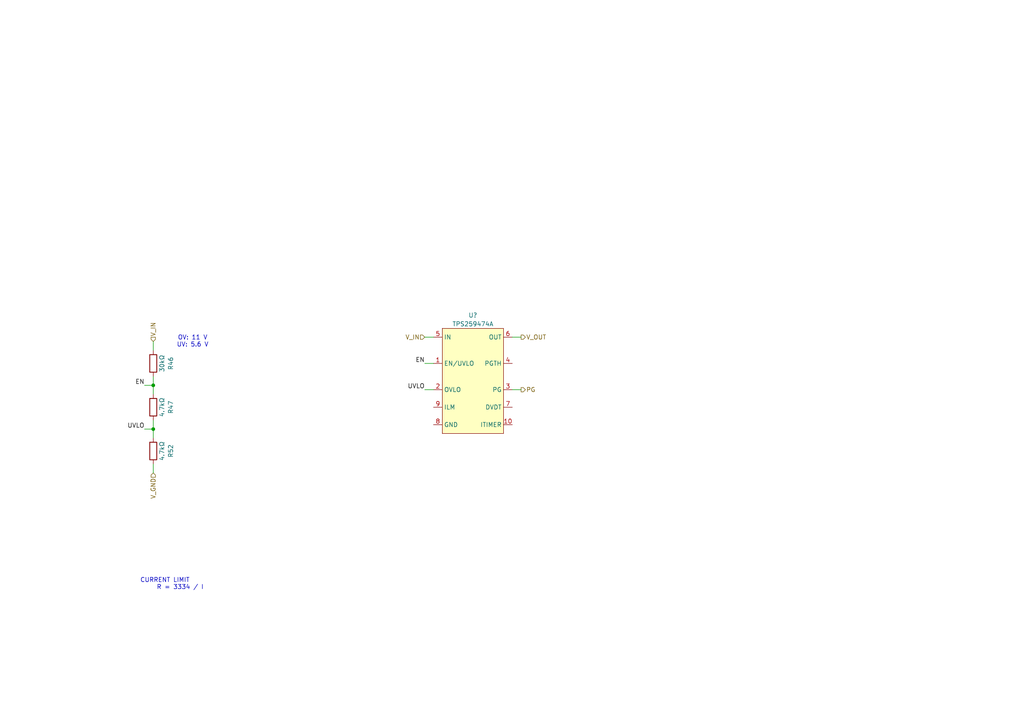
<source format=kicad_sch>
(kicad_sch (version 20231120) (generator "eeschema") (generator_version "8.0")
  (paper "A4")
  (lib_symbols
    (symbol "CUBESAT:TPS259474ARPW"
      (property "Reference" "U" (at 0 19.05 0))
      (property "Value" "TPS259474A" (at 0 16.51 0))
      (symbol "TPS259474ARPW_0_0"
        (pin input line (at -11.43 5.08 0) (length 2.54) (name "EN/UVLO") (number "1"))
        (pin output line (at 11.43 -12.7 180) (length 2.54) (name "ITIMER") (number "10"))
        (pin input line (at -11.43 -2.54 0) (length 2.54) (name "OVLO") (number "2"))
        (pin open_collector line (at 11.43 -2.54 180) (length 2.54) (name "PG") (number "3"))
        (pin input line (at 11.43 5.08 180) (length 2.54) (name "PGTH") (number "4"))
        (pin power_in line (at -11.43 12.7 0) (length 2.54) (name "IN") (number "5"))
        (pin power_out line (at 11.43 12.7 180) (length 2.54) (name "OUT") (number "6"))
        (pin output line (at 11.43 -7.62 180) (length 2.54) (name "DVDT") (number "7"))
        (pin power_in line (at -11.43 -12.7 0) (length 2.54) (name "GND") (number "8"))
        (pin output line (at -11.43 -7.62 0) (length 2.54) (name "ILM") (number "9"))
      )
      (symbol "TPS259474ARPW_1_1"
        (rectangle (start -8.89 15.24) (end 8.89 -15.24) (fill (type background)))
      )
    )
    (symbol "Device:R" (pin_numbers hide) (pin_names (offset 0))
      (property "Reference" "R" (at 2.032 0 90))
      (property "Value" "R" (at 0 0 90))
      (symbol "R_0_1"
        (rectangle (start -1.016 -2.54) (end 1.016 2.54) (stroke (width 0.254)))
      )
      (symbol "R_1_1"
        (pin passive line (at 0 3.81 270) (length 1.27) (name "~") (number "1"))
        (pin passive line (at 0 -3.81 90) (length 1.27) (name "~") (number "2"))
      )
    )
  )
  (junction (at 44.45 111.76))
  (junction (at 44.45 124.46))
  (wire (pts (xy 123.19 97.79) (xy 125.73 97.79)))
  (wire (pts (xy 44.45 109.22) (xy 44.45 111.76)))
  (wire (pts (xy 123.19 113.03) (xy 125.73 113.03)))
  (wire (pts (xy 44.45 114.3) (xy 44.45 111.76)))
  (wire (pts (xy 44.45 124.46) (xy 41.91 124.46)))
  (wire (pts (xy 123.19 105.41) (xy 125.73 105.41)))
  (wire (pts (xy 151.13 97.79) (xy 148.59 97.79)))
  (wire (pts (xy 44.45 99.06) (xy 44.45 101.6)))
  (wire (pts (xy 44.45 127) (xy 44.45 124.46)))
  (wire (pts (xy 44.45 124.46) (xy 44.45 121.92)))
  (wire (pts (xy 44.45 111.76) (xy 41.91 111.76)))
  (wire (pts (xy 151.13 113.03) (xy 148.59 113.03)))
  (wire (pts (xy 44.45 137.16) (xy 44.45 134.62)))
  (text "OV: 11 V\nUV: 5.6 V" (at 55.88 99.06 0) (effects (font (size 1.27 1.27))))
  (text "CURRENT LIMIT\n	R = 3334 / I" (at 40.64 167.64 0) (effects (font (size 1.27 1.27)) (justify left top)))
  (label "UVLO" (at 123.19 113.03 180))
  (label "EN" (at 123.19 105.41 180))
  (label "UVLO" (at 41.91 124.46 180))
  (label "EN" (at 41.91 111.76 180))
  (hierarchical_label "V_IN" (shape input) (at 44.45 99.06 90))
  (hierarchical_label "V_IN" (shape input) (at 123.19 97.79 180))
  (hierarchical_label "V_GND" (shape input) (at 44.45 137.16 270))
  (hierarchical_label "PG" (shape output) (at 151.13 113.03 0))
  (hierarchical_label "V_OUT" (shape output) (at 151.13 97.79 0))
  (symbol (lib_id "CUBESAT:TPS259474ARPW") (at 137.16 110.49 0) (unit 1)
    (property "Reference" "U?" (at 137.16 91.44 0))
    (property "Value" "TPS259474A" (at 137.16 93.98 0))
    (property "Datasheet" "https://www.ti.com/lit/ds/symlink/tps25947.pdf" (effects (hide yes)))
    (property "Description" "28-mΩ True Reverse Current Blocking eFuse with Input Reverse Polarity Protection" (effects (hide yes)))
  )
  (symbol (lib_id "Device:R") (at 44.45 105.41 0) (unit 1)
    (property "Reference" "R46" (at 49.53 105.41 90))
    (property "Value" "30kΩ" (at 46.99 105.41 90))
    (property "Description" "Resistor" (effects (hide yes)))
  )
  (symbol (lib_id "Device:R") (at 44.45 118.11 0) (unit 1)
    (property "Reference" "R47" (at 49.53 118.11 90))
    (property "Value" "4.7kΩ" (at 46.99 118.11 90))
    (property "Description" "Resistor" (effects (hide yes)))
  )
  (symbol (lib_id "Device:R") (at 44.45 130.81 0) (unit 1)
    (property "Reference" "R52" (at 49.53 130.81 90))
    (property "Value" "4.7kΩ" (at 46.99 130.81 90))
    (property "Description" "Resistor" (effects (hide yes)))
  )
)
</source>
